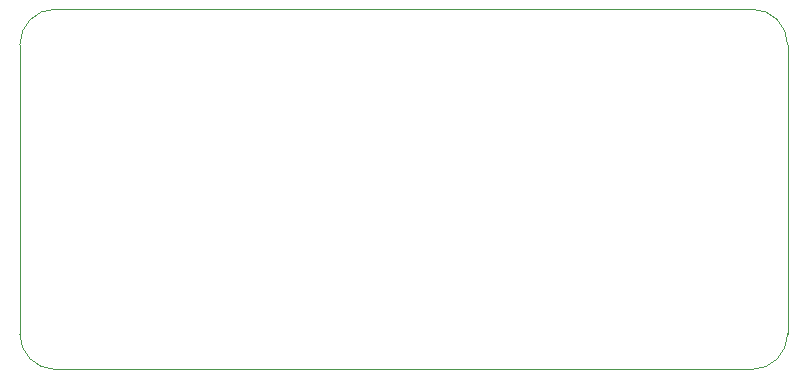
<source format=gbr>
G04 #@! TF.GenerationSoftware,KiCad,Pcbnew,(5.1.9)-1*
G04 #@! TF.CreationDate,2021-08-25T15:57:18+03:00*
G04 #@! TF.ProjectId,ZigbeeShild01,5a696762-6565-4536-9869-6c6430312e6b,rev?*
G04 #@! TF.SameCoordinates,Original*
G04 #@! TF.FileFunction,Profile,NP*
%FSLAX46Y46*%
G04 Gerber Fmt 4.6, Leading zero omitted, Abs format (unit mm)*
G04 Created by KiCad (PCBNEW (5.1.9)-1) date 2021-08-25 15:57:18*
%MOMM*%
%LPD*%
G01*
G04 APERTURE LIST*
G04 #@! TA.AperFunction,Profile*
%ADD10C,0.100000*%
G04 #@! TD*
G04 APERTURE END LIST*
D10*
X15500000Y-24000000D02*
G75*
G03*
X12500000Y-27000000I0J-3000000D01*
G01*
X15500000Y-24000000D02*
X74500000Y-24000000D01*
X77500000Y-27000000D02*
G75*
G03*
X74500000Y-24000000I-3000000J0D01*
G01*
X74500000Y-54500000D02*
G75*
G03*
X77500000Y-51500000I0J3000000D01*
G01*
X12500000Y-51500000D02*
G75*
G03*
X15500000Y-54500000I3000000J0D01*
G01*
X12500000Y-27000000D02*
X12500000Y-51500000D01*
X15500000Y-54500000D02*
X74500000Y-54500000D01*
X77500000Y-27000000D02*
X77500000Y-51500000D01*
M02*

</source>
